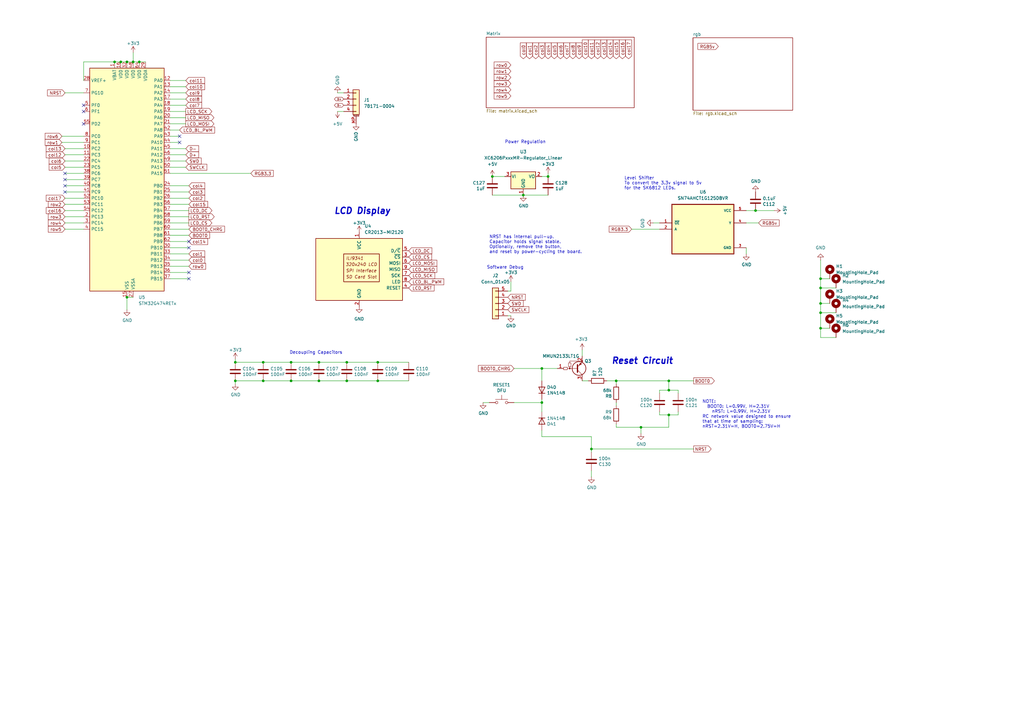
<source format=kicad_sch>
(kicad_sch (version 20231120) (generator "eeschema") (generator_version "8.0")
  (paper "A3")
  (lib_symbols
    (symbol "+5V_1" (power) (pin_names (offset 0))
      (property "Value" "+5V_1" (at 0 3.556 0))
      (symbol "+5V_1_0_1"
        (polyline (pts (xy -0.762 1.27) (xy 0 2.54)))
        (polyline (pts (xy 0 0) (xy 0 2.54)))
        (polyline (pts (xy 0 2.54) (xy 0.762 1.27)))
      )
      (symbol "+5V_1_1_1"
        (pin power_in line (at 0 0 90) (length 0) hide (name "+5V") (number "1"))
      )
    )
    (symbol "Connector_Generic:Conn_01x05" (pin_names (offset 1.016) hide)
      (property "Reference" "J" (at 0 7.62 0))
      (property "Value" "Conn_01x05" (at 0 -7.62 0))
      (symbol "Conn_01x05_1_1"
        (rectangle (start -1.27 -4.953) (end 0 -5.207) (stroke (width 0.1524)))
        (rectangle (start -1.27 -2.413) (end 0 -2.667) (stroke (width 0.1524)))
        (rectangle (start -1.27 0.127) (end 0 -0.127) (stroke (width 0.1524)))
        (rectangle (start -1.27 2.667) (end 0 2.413) (stroke (width 0.1524)))
        (rectangle (start -1.27 5.207) (end 0 4.953) (stroke (width 0.1524)))
        (rectangle (start -1.27 6.35) (end 1.27 -6.35) (stroke (width 0.254)) (fill (type background)))
        (pin passive line (at -5.08 5.08 0) (length 3.81) (name "Pin_1") (number "1"))
        (pin passive line (at -5.08 2.54 0) (length 3.81) (name "Pin_2") (number "2"))
        (pin passive line (at -5.08 0 0) (length 3.81) (name "Pin_3") (number "3"))
        (pin passive line (at -5.08 -2.54 0) (length 3.81) (name "Pin_4") (number "4"))
        (pin passive line (at -5.08 -5.08 0) (length 3.81) (name "Pin_5") (number "5"))
      )
    )
    (symbol "Connector_Generic_MountingPin:Conn_01x04_MountingPin" (pin_names (offset 1.016) hide)
      (property "Reference" "J" (at 0 5.08 0))
      (property "Value" "Conn_01x04_MountingPin" (at 1.27 -7.62 0))
      (symbol "Conn_01x04_MountingPin_1_1"
        (rectangle (start -1.27 -4.953) (end 0 -5.207) (stroke (width 0.1524)))
        (rectangle (start -1.27 -2.413) (end 0 -2.667) (stroke (width 0.1524)))
        (rectangle (start -1.27 0.127) (end 0 -0.127) (stroke (width 0.1524)))
        (rectangle (start -1.27 2.667) (end 0 2.413) (stroke (width 0.1524)))
        (rectangle (start -1.27 3.81) (end 1.27 -6.35) (stroke (width 0.254)) (fill (type background)))
        (polyline (pts (xy -1.016 -7.112) (xy 1.016 -7.112)) (stroke (width 0.1524)))
        (text "Mounting" (at 0 -6.731 0) (effects (font (size 0.381 0.381))))
        (pin passive line (at -5.08 2.54 0) (length 3.81) (name "Pin_1") (number "1"))
        (pin passive line (at -5.08 0 0) (length 3.81) (name "Pin_2") (number "2"))
        (pin passive line (at -5.08 -2.54 0) (length 3.81) (name "Pin_3") (number "3"))
        (pin passive line (at -5.08 -5.08 0) (length 3.81) (name "Pin_4") (number "4"))
        (pin passive line (at 0 -10.16 90) (length 3.048) (name "MountPin") (number "MP"))
      )
    )
    (symbol "Device:C" (pin_numbers hide) (pin_names (offset 0.254))
      (property "Reference" "C" (at 0.635 2.54 0))
      (property "Value" "C" (at 0.635 -2.54 0))
      (symbol "C_0_1"
        (polyline (pts (xy -2.032 -0.762) (xy 2.032 -0.762)) (stroke (width 0.508)))
        (polyline (pts (xy -2.032 0.762) (xy 2.032 0.762)) (stroke (width 0.508)))
      )
      (symbol "C_1_1"
        (pin passive line (at 0 3.81 270) (length 2.794) (name "~") (number "1"))
        (pin passive line (at 0 -3.81 90) (length 2.794) (name "~") (number "2"))
      )
    )
    (symbol "Device:D" (pin_numbers hide) (pin_names (offset 1.016) hide)
      (property "Reference" "D" (at 0 2.54 0))
      (property "Value" "D" (at 0 -2.54 0))
      (symbol "D_0_1"
        (polyline (pts (xy -1.27 1.27) (xy -1.27 -1.27)) (stroke (width 0.254)))
        (polyline (pts (xy 1.27 0) (xy -1.27 0)))
        (polyline (pts (xy 1.27 1.27) (xy 1.27 -1.27) (xy -1.27 0) (xy 1.27 1.27)) (stroke (width 0.254)))
      )
      (symbol "D_1_1"
        (pin passive line (at -3.81 0 0) (length 2.54) (name "K") (number "1"))
        (pin passive line (at 3.81 0 180) (length 2.54) (name "A") (number "2"))
      )
    )
    (symbol "Device:Q_PNP_BEC_BRT" (pin_names hide)
      (property "Reference" "Q" (at 3.81 1.27 0))
      (property "Value" "Q_PNP_BEC_BRT" (at 3.81 -1.27 0))
      (symbol "Q_PNP_BEC_BRT_0_1"
        (rectangle (start -6.35 0.508) (end -4.826 -0.508))
        (rectangle (start -4.318 -2.286) (end -3.302 -0.762))
        (circle (center -3.81 0) (radius 0.254) (fill (type outline)))
        (polyline (pts (xy -3.81 -0.762) (xy -3.81 0)))
        (polyline (pts (xy -0.762 0) (xy -4.826 0)))
        (polyline (pts (xy -0.635 1.524) (xy -0.635 -1.524)) (stroke (width 0.508)))
        (polyline (pts (xy -3.81 -2.286) (xy -3.81 -3.048) (xy 1.27 -3.048)))
        (polyline (pts (xy 1.016 -1.778) (xy 0.508 -2.286) (xy 0 -1.27) (xy 1.016 -1.778) (xy 1.016 -1.778)) (fill (type outline)))
        (circle (center 1.27 -3.048) (radius 0.254) (fill (type outline)))
      )
      (symbol "Q_PNP_BEC_BRT_1_1"
        (polyline (pts (xy -0.635 0.635) (xy 1.27 2.54)))
        (polyline (pts (xy -0.635 -0.635) (xy 1.27 -2.54) (xy 1.27 -2.54)))
        (circle (center 0 0) (radius 2.8194) (stroke (width 0.254)))
        (pin input line (at -8.89 0 0) (length 2.54) (name "B") (number "1"))
        (pin passive line (at 1.27 -5.08 90) (length 2.54) (name "E") (number "2"))
        (pin passive line (at 1.27 5.08 270) (length 2.54) (name "C") (number "3"))
      )
    )
    (symbol "Device:R" (pin_numbers hide) (pin_names (offset 0))
      (property "Reference" "R" (at 2.032 0 90))
      (property "Value" "R" (at 0 0 90))
      (symbol "R_0_1"
        (rectangle (start -1.016 -2.54) (end 1.016 2.54) (stroke (width 0.254)))
      )
      (symbol "R_1_1"
        (pin passive line (at 0 3.81 270) (length 1.27) (name "~") (number "1"))
        (pin passive line (at 0 -3.81 90) (length 1.27) (name "~") (number "2"))
      )
    )
    (symbol "Djinn-rescue:+3V3-power" (power) (pin_names (offset 0))
      (property "Value" "power_+3V3" (at 0 3.556 0))
      (symbol "+3V3-power_0_1"
        (polyline (pts (xy -0.762 1.27) (xy 0 2.54)))
        (polyline (pts (xy 0 0) (xy 0 2.54)))
        (polyline (pts (xy 0 2.54) (xy 0.762 1.27)))
      )
      (symbol "+3V3-power_1_1"
        (pin power_in line (at 0 0 90) (length 0) hide (name "+3V3") (number "1"))
      )
    )
    (symbol "Djinn-rescue:GND-power" (power) (pin_names (offset 0))
      (property "Value" "power_GND" (at 0 -3.81 0))
      (symbol "GND-power_0_1"
        (polyline (pts (xy 0 0) (xy 0 -1.27) (xy 1.27 -1.27) (xy 0 -2.54) (xy -1.27 -1.27) (xy 0 -1.27)))
      )
      (symbol "GND-power_1_1"
        (pin power_in line (at 0 0 270) (length 0) hide (name "GND") (number "1"))
      )
    )
    (symbol "Driver_Display:CR2013-MI2120" (pin_names (offset 0.762))
      (property "Reference" "U4" (at 2.1941 17.78 0))
      (property "Value" "CR2013-MI2120" (at 2.1941 15.24 0))
      (symbol "CR2013-MI2120_0_0"
        (text "320x240 LCD" (at 0.889 2.032 0) (effects (font (size 1.27 1.27) (italic yes))))
        (text "ILI9341" (at -5.461 4.572 0) (effects (font (size 1.27 1.27) (italic yes)) (justify left)))
        (text "SD Card Slot" (at -5.461 -3.048 0) (effects (font (size 1.27 1.27) (italic yes)) (justify left)))
        (text "SPI Interface" (at -5.461 -0.508 0) (effects (font (size 1.27 1.27) (italic yes)) (justify left)))
      )
      (symbol "CR2013-MI2120_0_1"
        (rectangle (start -17.78 12.7) (end 17.78 -12.7) (stroke (width 0.254)) (fill (type background)))
        (rectangle (start -6.35 6.35) (end 8.255 -5.08) (stroke (width 0.254)))
      )
      (symbol "CR2013-MI2120_1_1"
        (pin power_in line (at 0 15.24 270) (length 2.54) (name "VCC") (number "1"))
        (pin power_in line (at 0 -15.24 90) (length 2.54) (name "GND") (number "2"))
        (pin input line (at 20.32 5.08 180) (length 2.54) (name "~{CS}") (number "3"))
        (pin input line (at 20.32 -7.62 180) (length 2.54) (name "RESET") (number "4"))
        (pin input line (at 20.32 7.62 180) (length 2.54) (name "D/~{C}") (number "5"))
        (pin input line (at 20.32 2.54 180) (length 2.54) (name "MOSI") (number "6"))
        (pin input line (at 20.32 -2.54 180) (length 2.54) (name "SCK") (number "7"))
        (pin input line (at 20.32 -5.08 180) (length 2.54) (name "LED") (number "8"))
        (pin output line (at 20.32 0 180) (length 2.54) (name "MISO") (number "9"))
      )
    )
    (symbol "GND_1" (power) (pin_numbers hide) (pin_names (offset 0) hide)
      (property "Value" "GND" (at 0 -3.81 0))
      (symbol "GND_1_0_1"
        (polyline (pts (xy 0 0) (xy 0 -1.27) (xy 1.27 -1.27) (xy 0 -2.54) (xy -1.27 -1.27) (xy 0 -1.27)))
      )
      (symbol "GND_1_1_1"
        (pin power_in line (at 0 0 270) (length 0) (name "~") (number "1"))
      )
    )
    (symbol "MCU_ST_STM32G4:STM32G474RETx"
      (property "Reference" "U" (at -15.24 46.99 0))
      (property "Value" "STM32G474RETx" (at 10.16 46.99 0))
      (symbol "STM32G474RETx_0_1"
        (rectangle (start -15.24 -45.72) (end 15.24 45.72) (stroke (width 0.254)) (fill (type background)))
      )
      (symbol "STM32G474RETx_1_1"
        (pin power_in line (at -5.08 48.26 270) (length 2.54) (name "VBAT") (number "1"))
        (pin bidirectional line (at -17.78 12.7 0) (length 2.54) (name "PC2") (number "10"))
        (pin bidirectional line (at -17.78 10.16 0) (length 2.54) (name "PC3") (number "11"))
        (pin bidirectional line (at 17.78 40.64 180) (length 2.54) (name "PA0") (number "12"))
        (pin bidirectional line (at 17.78 38.1 180) (length 2.54) (name "PA1") (number "13"))
        (pin bidirectional line (at 17.78 35.56 180) (length 2.54) (name "PA2") (number "14"))
        (pin power_in line (at 0 -48.26 90) (length 2.54) (name "VSS") (number "15"))
        (pin power_in line (at -2.54 48.26 270) (length 2.54) (name "VDD") (number "16"))
        (pin bidirectional line (at 17.78 33.02 180) (length 2.54) (name "PA3") (number "17"))
        (pin bidirectional line (at 17.78 30.48 180) (length 2.54) (name "PA4") (number "18"))
        (pin bidirectional line (at 17.78 27.94 180) (length 2.54) (name "PA5") (number "19"))
        (pin bidirectional line (at -17.78 -15.24 0) (length 2.54) (name "PC13") (number "2"))
        (pin bidirectional line (at 17.78 25.4 180) (length 2.54) (name "PA6") (number "20"))
        (pin bidirectional line (at 17.78 22.86 180) (length 2.54) (name "PA7") (number "21"))
        (pin bidirectional line (at -17.78 7.62 0) (length 2.54) (name "PC4") (number "22"))
        (pin bidirectional line (at -17.78 5.08 0) (length 2.54) (name "PC5") (number "23"))
        (pin bidirectional line (at 17.78 -2.54 180) (length 2.54) (name "PB0") (number "24"))
        (pin bidirectional line (at 17.78 -5.08 180) (length 2.54) (name "PB1") (number "25"))
        (pin bidirectional line (at 17.78 -7.62 180) (length 2.54) (name "PB2") (number "26"))
        (pin power_in line (at 2.54 -48.26 90) (length 2.54) (name "VSSA") (number "27"))
        (pin input line (at -17.78 40.64 0) (length 2.54) (name "VREF+") (number "28"))
        (pin power_in line (at 7.62 48.26 270) (length 2.54) (name "VDDA") (number "29"))
        (pin bidirectional line (at -17.78 -17.78 0) (length 2.54) (name "PC14") (number "3"))
        (pin bidirectional line (at 17.78 -27.94 180) (length 2.54) (name "PB10") (number "30"))
        (pin passive line (at 0 -48.26 90) (length 2.54) hide (name "VSS") (number "31"))
        (pin power_in line (at 0 48.26 270) (length 2.54) (name "VDD") (number "32"))
        (pin bidirectional line (at 17.78 -30.48 180) (length 2.54) (name "PB11") (number "33"))
        (pin bidirectional line (at 17.78 -33.02 180) (length 2.54) (name "PB12") (number "34"))
        (pin bidirectional line (at 17.78 -35.56 180) (length 2.54) (name "PB13") (number "35"))
        (pin bidirectional line (at 17.78 -38.1 180) (length 2.54) (name "PB14") (number "36"))
        (pin bidirectional line (at 17.78 -40.64 180) (length 2.54) (name "PB15") (number "37"))
        (pin bidirectional line (at -17.78 2.54 0) (length 2.54) (name "PC6") (number "38"))
        (pin bidirectional line (at -17.78 0 0) (length 2.54) (name "PC7") (number "39"))
        (pin bidirectional line (at -17.78 -20.32 0) (length 2.54) (name "PC15") (number "4"))
        (pin bidirectional line (at -17.78 -2.54 0) (length 2.54) (name "PC8") (number "40"))
        (pin bidirectional line (at -17.78 -5.08 0) (length 2.54) (name "PC9") (number "41"))
        (pin bidirectional line (at 17.78 20.32 180) (length 2.54) (name "PA8") (number "42"))
        (pin bidirectional line (at 17.78 17.78 180) (length 2.54) (name "PA9") (number "43"))
        (pin bidirectional line (at 17.78 15.24 180) (length 2.54) (name "PA10") (number "44"))
        (pin bidirectional line (at 17.78 12.7 180) (length 2.54) (name "PA11") (number "45"))
        (pin bidirectional line (at 17.78 10.16 180) (length 2.54) (name "PA12") (number "46"))
        (pin passive line (at 0 -48.26 90) (length 2.54) hide (name "VSS") (number "47"))
        (pin power_in line (at 2.54 48.26 270) (length 2.54) (name "VDD") (number "48"))
        (pin bidirectional line (at 17.78 7.62 180) (length 2.54) (name "PA13") (number "49"))
        (pin bidirectional line (at -17.78 30.48 0) (length 2.54) (name "PF0") (number "5"))
        (pin bidirectional line (at 17.78 5.08 180) (length 2.54) (name "PA14") (number "50"))
        (pin bidirectional line (at 17.78 2.54 180) (length 2.54) (name "PA15") (number "51"))
        (pin bidirectional line (at -17.78 -7.62 0) (length 2.54) (name "PC10") (number "52"))
        (pin bidirectional line (at -17.78 -10.16 0) (length 2.54) (name "PC11") (number "53"))
        (pin bidirectional line (at -17.78 -12.7 0) (length 2.54) (name "PC12") (number "54"))
        (pin bidirectional line (at -17.78 22.86 0) (length 2.54) (name "PD2") (number "55"))
        (pin bidirectional line (at 17.78 -10.16 180) (length 2.54) (name "PB3") (number "56"))
        (pin bidirectional line (at 17.78 -12.7 180) (length 2.54) (name "PB4") (number "57"))
        (pin bidirectional line (at 17.78 -15.24 180) (length 2.54) (name "PB5") (number "58"))
        (pin bidirectional line (at 17.78 -17.78 180) (length 2.54) (name "PB6") (number "59"))
        (pin bidirectional line (at -17.78 27.94 0) (length 2.54) (name "PF1") (number "6"))
        (pin bidirectional line (at 17.78 -20.32 180) (length 2.54) (name "PB7") (number "60"))
        (pin bidirectional line (at 17.78 -22.86 180) (length 2.54) (name "PB8") (number "61"))
        (pin bidirectional line (at 17.78 -25.4 180) (length 2.54) (name "PB9") (number "62"))
        (pin passive line (at 0 -48.26 90) (length 2.54) hide (name "VSS") (number "63"))
        (pin power_in line (at 5.08 48.26 270) (length 2.54) (name "VDD") (number "64"))
        (pin bidirectional line (at -17.78 35.56 0) (length 2.54) (name "PG10") (number "7"))
        (pin bidirectional line (at -17.78 17.78 0) (length 2.54) (name "PC0") (number "8"))
        (pin bidirectional line (at -17.78 15.24 0) (length 2.54) (name "PC1") (number "9"))
      )
    )
    (symbol "Mechanical:MountingHole_Pad" (pin_numbers hide) (pin_names (offset 1.016) hide) (exclude_from_sim yes) (in_bom no)
      (property "Reference" "H" (at 0 6.35 0))
      (property "Value" "MountingHole_Pad" (at 0 4.445 0))
      (symbol "MountingHole_Pad_0_1"
        (circle (center 0 1.27) (radius 1.27) (stroke (width 1.27)))
      )
      (symbol "MountingHole_Pad_1_1"
        (pin input line (at 0 -2.54 90) (length 2.54) (name "1") (number "1"))
      )
    )
    (symbol "SN74AHCT1G125DBVR:SN74AHCT1G125DBVR" (pin_names (offset 1.016))
      (property "Reference" "U" (at -12.7 11.16 0))
      (property "Value" "SN74AHCT1G125DBVR" (at -12.7 -14.16 0))
      (symbol "SN74AHCT1G125DBVR_0_0"
        (rectangle (start -12.7 -10.16) (end 12.7 10.16) (stroke (width 0.41)) (fill (type background)))
        (pin input line (at -17.78 2.54 0) (length 5.08) (name "~{OE}") (number "1"))
        (pin input line (at -17.78 0 0) (length 5.08) (name "A") (number "2"))
        (pin power_in line (at 17.78 -7.62 180) (length 5.08) (name "GND") (number "3"))
        (pin output line (at 17.78 2.54 180) (length 5.08) (name "Y") (number "4"))
        (pin power_in line (at 17.78 7.62 180) (length 5.08) (name "VCC") (number "5"))
      )
    )
    (symbol "Switch:SW_Push" (pin_numbers hide) (pin_names (offset 1.016) hide)
      (property "Reference" "SW" (at 1.27 2.54 0))
      (property "Value" "SW_Push" (at 0 -1.524 0))
      (symbol "SW_Push_0_1"
        (circle (center -2.032 0) (radius 0.508))
        (polyline (pts (xy 0 1.27) (xy 0 3.048)))
        (polyline (pts (xy 2.54 1.27) (xy -2.54 1.27)))
        (circle (center 2.032 0) (radius 0.508))
        (pin passive line (at -5.08 0 0) (length 2.54) (name "1") (number "1"))
        (pin passive line (at 5.08 0 180) (length 2.54) (name "2") (number "2"))
      )
    )
    (symbol "kicad-keyboard-parts:XC6206PxxxMR-Regulator_Linear" (pin_names (offset 0.254))
      (property "Reference" "U" (at -3.81 3.175 0))
      (property "Value" "XC6206PxxxMR-Regulator_Linear" (at 0 3.175 0))
      (property "LCSC" "C5446" (at 0 0 0))
      (symbol "XC6206PxxxMR-Regulator_Linear_0_1"
        (rectangle (start -5.08 1.905) (end 5.08 -5.08) (stroke (width 0.254)) (fill (type background)))
      )
      (symbol "XC6206PxxxMR-Regulator_Linear_1_1"
        (pin power_in line (at 0 -7.62 90) (length 2.54) (name "GND") (number "1"))
        (pin power_out line (at 7.62 0 180) (length 2.54) (name "VO") (number "2"))
        (pin power_in line (at -7.62 0 0) (length 2.54) (name "VI") (number "3"))
      )
    )
    (symbol "power:+3V3" (power) (pin_names (offset 0))
      (property "Value" "+3V3" (at 0 3.556 0))
      (symbol "+3V3_0_1"
        (polyline (pts (xy -0.762 1.27) (xy 0 2.54)))
        (polyline (pts (xy 0 0) (xy 0 2.54)))
        (polyline (pts (xy 0 2.54) (xy 0.762 1.27)))
      )
      (symbol "+3V3_1_1"
        (pin power_in line (at 0 0 90) (length 0) hide (name "+3V3") (number "1"))
      )
    )
    (symbol "power:+5V" (power) (pin_names (offset 0))
      (property "Value" "+5V" (at 0 3.556 0))
      (symbol "+5V_0_1"
        (polyline (pts (xy -0.762 1.27) (xy 0 2.54)))
        (polyline (pts (xy 0 0) (xy 0 2.54)))
        (polyline (pts (xy 0 2.54) (xy 0.762 1.27)))
      )
      (symbol "+5V_1_1"
        (pin power_in line (at 0 0 90) (length 0) hide (name "+5V") (number "1"))
      )
    )
    (symbol "power:GND" (power) (pin_names (offset 0))
      (property "Value" "GND" (at 0 -3.81 0))
      (symbol "GND_0_1"
        (polyline (pts (xy 0 0) (xy 0 -1.27) (xy 1.27 -1.27) (xy 0 -2.54) (xy -1.27 -1.27) (xy 0 -1.27)))
      )
      (symbol "GND_1_1"
        (pin power_in line (at 0 0 270) (length 0) hide (name "GND") (number "1"))
      )
    )
  )
  (junction (at 262.89 175.26))
  (junction (at 96.52 148.59))
  (junction (at 57.15 25.4))
  (junction (at 336.55 128.27))
  (junction (at 336.55 118.11))
  (junction (at 242.57 184.15))
  (junction (at 336.55 114.3))
  (junction (at 130.81 148.59))
  (junction (at 154.94 148.59))
  (junction (at 107.95 148.59))
  (junction (at 222.25 151.13))
  (junction (at 274.32 170.18))
  (junction (at 154.94 156.21))
  (junction (at 54.61 25.4))
  (junction (at 52.07 121.92))
  (junction (at 107.95 156.21))
  (junction (at 336.55 134.62))
  (junction (at 142.24 156.21))
  (junction (at 222.25 165.1))
  (junction (at 142.24 148.59))
  (junction (at 119.38 148.59))
  (junction (at 274.32 160.02))
  (junction (at 214.63 80.01) (diameter 0.9144))
  (junction (at 119.38 156.21))
  (junction (at 49.53 25.4))
  (junction (at 46.99 25.4))
  (junction (at 130.81 156.21))
  (junction (at 309.88 86.36))
  (junction (at 96.52 156.21))
  (junction (at 336.55 124.46))
  (junction (at 224.79 72.39))
  (junction (at 252.73 156.21))
  (junction (at 274.32 156.21))
  (junction (at 201.93 72.39))
  (junction (at 52.07 25.4))
  (no_connect (at 73.66 55.88))
  (no_connect (at 34.29 43.18))
  (no_connect (at 77.47 111.76))
  (no_connect (at 26.67 73.66))
  (no_connect (at 26.67 78.74))
  (no_connect (at 26.67 71.12))
  (no_connect (at 77.47 101.6))
  (no_connect (at 77.47 99.06))
  (no_connect (at 26.67 76.2))
  (no_connect (at 77.47 114.3))
  (no_connect (at 34.29 50.8))
  (no_connect (at 34.29 45.72))
  (no_connect (at 73.66 58.42))
  (wire (pts (xy 270.51 161.29) (xy 270.51 160.02)))
  (wire (pts (xy 222.25 163.83) (xy 222.25 165.1)))
  (wire (pts (xy 69.85 38.1) (xy 76.2 38.1)))
  (wire (pts (xy 52.07 121.92) (xy 54.61 121.92)))
  (wire (pts (xy 96.52 147.32) (xy 96.52 148.59)))
  (wire (pts (xy 119.38 148.59) (xy 107.95 148.59)))
  (wire (pts (xy 336.55 134.62) (xy 340.36 134.62)))
  (wire (pts (xy 262.89 175.26) (xy 274.32 175.26)))
  (wire (pts (xy 336.55 124.46) (xy 336.55 118.11)))
  (wire (pts (xy 52.07 127) (xy 52.07 121.92)))
  (wire (pts (xy 222.25 179.07) (xy 242.57 179.07)))
  (wire (pts (xy 336.55 138.43) (xy 342.9 138.43)))
  (wire (pts (xy 69.85 106.68) (xy 77.47 106.68)))
  (wire (pts (xy 107.95 148.59) (xy 96.52 148.59)))
  (wire (pts (xy 119.38 156.21) (xy 130.81 156.21)))
  (wire (pts (xy 138.43 45.72) (xy 140.97 45.72)))
  (wire (pts (xy 209.55 115.57) (xy 209.55 119.38)))
  (wire (pts (xy 26.67 63.5) (xy 34.29 63.5)))
  (wire (pts (xy 270.51 170.18) (xy 270.51 168.91)))
  (wire (pts (xy 96.52 157.48) (xy 96.52 156.21)))
  (wire (pts (xy 26.67 91.44) (xy 34.29 91.44)))
  (wire (pts (xy 26.67 93.98) (xy 34.29 93.98)))
  (wire (pts (xy 69.85 71.12) (xy 102.87 71.12)))
  (wire (pts (xy 259.08 93.98) (xy 270.51 93.98)))
  (wire (pts (xy 270.51 170.18) (xy 274.32 170.18)))
  (wire (pts (xy 252.73 175.26) (xy 262.89 175.26)))
  (wire (pts (xy 26.67 83.82) (xy 34.29 83.82)))
  (wire (pts (xy 69.85 53.34) (xy 73.66 53.34)))
  (wire (pts (xy 69.85 60.96) (xy 76.2 60.96)))
  (wire (pts (xy 154.94 148.59) (xy 167.64 148.59)))
  (wire (pts (xy 242.57 184.15) (xy 284.48 184.15)))
  (wire (pts (xy 49.53 25.4) (xy 52.07 25.4)))
  (wire (pts (xy 69.85 48.26) (xy 76.2 48.26)))
  (wire (pts (xy 214.63 80.01) (xy 224.79 80.01)))
  (wire (pts (xy 69.85 109.22) (xy 77.47 109.22)))
  (wire (pts (xy 262.89 177.8) (xy 262.89 175.26)))
  (wire (pts (xy 210.82 151.13) (xy 222.25 151.13)))
  (wire (pts (xy 224.79 71.12) (xy 224.79 72.39)))
  (wire (pts (xy 69.85 63.5) (xy 76.2 63.5)))
  (wire (pts (xy 25.4 55.88) (xy 34.29 55.88)))
  (wire (pts (xy 69.85 83.82) (xy 77.47 83.82)))
  (wire (pts (xy 274.32 160.02) (xy 278.13 160.02)))
  (wire (pts (xy 34.29 33.02) (xy 34.29 25.4)))
  (wire (pts (xy 130.81 148.59) (xy 142.24 148.59)))
  (wire (pts (xy 69.85 76.2) (xy 77.47 76.2)))
  (wire (pts (xy 69.85 35.56) (xy 76.2 35.56)))
  (wire (pts (xy 209.55 119.38) (xy 208.28 119.38)))
  (wire (pts (xy 222.25 165.1) (xy 222.25 168.91)))
  (wire (pts (xy 69.85 78.74) (xy 77.47 78.74)))
  (wire (pts (xy 278.13 170.18) (xy 278.13 168.91)))
  (wire (pts (xy 241.3 156.21) (xy 238.76 156.21)))
  (wire (pts (xy 274.32 160.02) (xy 274.32 156.21)))
  (wire (pts (xy 336.55 124.46) (xy 340.36 124.46)))
  (wire (pts (xy 274.32 156.21) (xy 284.48 156.21)))
  (wire (pts (xy 252.73 165.1) (xy 252.73 166.37)))
  (wire (pts (xy 317.5 86.36) (xy 309.88 86.36)))
  (wire (pts (xy 26.67 76.2) (xy 34.29 76.2)))
  (wire (pts (xy 26.67 68.58) (xy 34.29 68.58)))
  (wire (pts (xy 54.61 21.59) (xy 54.61 25.4)))
  (wire (pts (xy 222.25 176.53) (xy 222.25 179.07)))
  (wire (pts (xy 69.85 43.18) (xy 76.2 43.18)))
  (wire (pts (xy 248.92 156.21) (xy 252.73 156.21)))
  (wire (pts (xy 201.93 72.39) (xy 207.01 72.39)))
  (wire (pts (xy 69.85 68.58) (xy 76.2 68.58)))
  (wire (pts (xy 222.25 72.39) (xy 224.79 72.39)))
  (wire (pts (xy 119.38 156.21) (xy 107.95 156.21)))
  (wire (pts (xy 69.85 88.9) (xy 77.47 88.9)))
  (wire (pts (xy 336.55 118.11) (xy 336.55 114.3)))
  (wire (pts (xy 25.4 58.42) (xy 34.29 58.42)))
  (wire (pts (xy 26.67 86.36) (xy 34.29 86.36)))
  (wire (pts (xy 270.51 160.02) (xy 274.32 160.02)))
  (wire (pts (xy 26.67 38.1) (xy 34.29 38.1)))
  (wire (pts (xy 69.85 114.3) (xy 77.47 114.3)))
  (wire (pts (xy 26.67 81.28) (xy 34.29 81.28)))
  (wire (pts (xy 138.43 38.1) (xy 140.97 38.1)))
  (wire (pts (xy 107.95 156.21) (xy 96.52 156.21)))
  (wire (pts (xy 306.07 91.44) (xy 311.15 91.44)))
  (wire (pts (xy 52.07 25.4) (xy 54.61 25.4)))
  (wire (pts (xy 26.67 66.04) (xy 34.29 66.04)))
  (wire (pts (xy 57.15 25.4) (xy 59.69 25.4)))
  (wire (pts (xy 208.28 129.54) (xy 209.55 129.54)))
  (wire (pts (xy 336.55 114.3) (xy 340.36 114.3)))
  (wire (pts (xy 26.67 71.12) (xy 34.29 71.12)))
  (wire (pts (xy 242.57 179.07) (xy 242.57 184.15)))
  (wire (pts (xy 222.25 156.21) (xy 222.25 151.13)))
  (wire (pts (xy 278.13 160.02) (xy 278.13 161.29)))
  (wire (pts (xy 252.73 173.99) (xy 252.73 175.26)))
  (wire (pts (xy 119.38 148.59) (xy 130.81 148.59)))
  (wire (pts (xy 336.55 138.43) (xy 336.55 134.62)))
  (wire (pts (xy 142.24 156.21) (xy 154.94 156.21)))
  (wire (pts (xy 336.55 128.27) (xy 342.9 128.27)))
  (wire (pts (xy 306.07 104.14) (xy 306.07 101.6)))
  (wire (pts (xy 242.57 184.15) (xy 242.57 185.42)))
  (wire (pts (xy 26.67 60.96) (xy 34.29 60.96)))
  (wire (pts (xy 214.63 80.01) (xy 201.93 80.01)))
  (wire (pts (xy 309.88 86.36) (xy 306.07 86.36)))
  (wire (pts (xy 142.24 148.59) (xy 154.94 148.59)))
  (wire (pts (xy 73.66 58.42) (xy 69.85 58.42)))
  (wire (pts (xy 336.55 128.27) (xy 336.55 124.46)))
  (wire (pts (xy 69.85 111.76) (xy 77.47 111.76)))
  (wire (pts (xy 336.55 106.68) (xy 336.55 114.3)))
  (wire (pts (xy 46.99 25.4) (xy 49.53 25.4)))
  (wire (pts (xy 336.55 134.62) (xy 336.55 128.27)))
  (wire (pts (xy 336.55 118.11) (xy 342.9 118.11)))
  (wire (pts (xy 238.76 143.51) (xy 238.76 146.05)))
  (wire (pts (xy 69.85 104.14) (xy 77.47 104.14)))
  (wire (pts (xy 274.32 170.18) (xy 278.13 170.18)))
  (wire (pts (xy 73.66 55.88) (xy 69.85 55.88)))
  (wire (pts (xy 26.67 73.66) (xy 34.29 73.66)))
  (wire (pts (xy 69.85 81.28) (xy 77.47 81.28)))
  (wire (pts (xy 69.85 50.8) (xy 76.2 50.8)))
  (wire (pts (xy 210.82 165.1) (xy 222.25 165.1)))
  (wire (pts (xy 267.97 91.44) (xy 270.51 91.44)))
  (wire (pts (xy 69.85 45.72) (xy 76.2 45.72)))
  (wire (pts (xy 26.67 88.9) (xy 34.29 88.9)))
  (wire (pts (xy 69.85 91.44) (xy 77.47 91.44)))
  (wire (pts (xy 69.85 40.64) (xy 76.2 40.64)))
  (wire (pts (xy 69.85 93.98) (xy 77.47 93.98)))
  (wire (pts (xy 252.73 156.21) (xy 274.32 156.21)))
  (wire (pts (xy 69.85 96.52) (xy 77.47 96.52)))
  (wire (pts (xy 69.85 86.36) (xy 77.47 86.36)))
  (wire (pts (xy 130.81 156.21) (xy 142.24 156.21)))
  (wire (pts (xy 34.29 25.4) (xy 46.99 25.4)))
  (wire (pts (xy 252.73 157.48) (xy 252.73 156.21)))
  (wire (pts (xy 242.57 193.04) (xy 242.57 195.58)))
  (wire (pts (xy 200.66 165.1) (xy 198.12 165.1)))
  (wire (pts (xy 69.85 33.02) (xy 76.2 33.02)))
  (wire (pts (xy 54.61 25.4) (xy 57.15 25.4)))
  (wire (pts (xy 154.94 156.21) (xy 167.64 156.21)))
  (wire (pts (xy 26.67 78.74) (xy 34.29 78.74)))
  (wire (pts (xy 69.85 99.06) (xy 77.47 99.06)))
  (wire (pts (xy 274.32 170.18) (xy 274.32 175.26)))
  (wire (pts (xy 69.85 66.04) (xy 76.2 66.04)))
  (wire (pts (xy 69.85 101.6) (xy 77.47 101.6)))
  (wire (pts (xy 222.25 151.13) (xy 228.6 151.13)))
  (text "Decoupling Capacitors" (at 118.745 145.415 0) (effects (font (size 1.27 1.27)) (justify left bottom)))
  (text "NOTE:\n  BOOT0: L=0.99V, H=2.31V\n    nRST: L=0.99V, H=2.31V\nRC network value designed to ensure\nthat at time of sampling:\nnRST=2.31V=H, BOOT0=2.75V=H" (at 288.036 175.768 0) (effects (font (size 1.27 1.27)) (justify left bottom)))
  (text "Power Regulation" (at 207.01 59.055 0) (effects (font (size 1.27 1.27)) (justify left bottom)))
  (text "Reset Circuit" (at 250.698 149.606 0) (effects (font (size 2.54 2.54) (thickness 0.508) (bold yes) (italic yes)) (justify left bottom)))
  (text "Software Debug" (at 199.644 110.49 0) (effects (font (size 1.27 1.27)) (justify left bottom)))
  (text "NRST has internal pull-up.\nCapacitor holds signal stable.\nOptionally, remove the button,\nand reset by power-cycling the board." (at 200.66 104.14 0) (effects (font (size 1.27 1.27)) (justify left bottom)))
  (text "Level Shifter\nTo convert the 3.3v signal to 5v\nfor the SK6812 LEDs." (at 256.032 77.978 0) (effects (font (size 1.27 1.27)) (justify left bottom)))
  (text "LCD Display" (at 136.906 88.138 0) (effects (font (size 2.54 2.54) (thickness 0.508) (bold yes) (italic yes)) (justify left bottom)))
  (global_label "col8" (shape input) (at 76.2 40.64 0) (property "Intersheetrefs" "${INTERSHEET_REFS}" (effects (hide yes))))
  (global_label "BOOT0" (shape output) (at 284.48 156.21 0) (property "Intersheetrefs" "${INTERSHEET_REFS}" (effects (hide yes))))
  (global_label "LCD_MISO" (shape input) (at 167.64 110.49 0) (property "Intersheetrefs" "${INTERSHEET_REFS}" (effects (hide yes))))
  (global_label "RGB3.3" (shape input) (at 102.87 71.12 0) (property "Intersheetrefs" "${INTERSHEET_REFS}" (effects (hide yes))))
  (global_label "SWCLK" (shape input) (at 76.2 68.58 0) (property "Intersheetrefs" "${INTERSHEET_REFS}" (effects (hide yes))))
  (global_label "LCD_RST" (shape output) (at 77.47 88.9 0) (property "Intersheetrefs" "${INTERSHEET_REFS}" (effects (hide yes))))
  (global_label "row1" (shape input) (at 209.55 29.21 180) (property "Intersheetrefs" "${INTERSHEET_REFS}" (effects (hide yes))))
  (global_label "LCD_BL_PWM" (shape input) (at 167.64 115.57 0) (property "Intersheetrefs" "${INTERSHEET_REFS}" (effects (hide yes))))
  (global_label "col0" (shape input) (at 77.47 106.68 0) (property "Intersheetrefs" "${INTERSHEET_REFS}" (effects (hide yes))))
  (global_label "BOOT0_CHRG" (shape input) (at 77.47 93.98 0) (property "Intersheetrefs" "${INTERSHEET_REFS}" (effects (hide yes))))
  (global_label "row2" (shape input) (at 209.55 31.75 180) (property "Intersheetrefs" "${INTERSHEET_REFS}" (effects (hide yes))))
  (global_label "col6" (shape input) (at 26.67 66.04 180) (property "Intersheetrefs" "${INTERSHEET_REFS}" (effects (hide yes))))
  (global_label "col10" (shape input) (at 240.03 24.13 90) (property "Intersheetrefs" "${INTERSHEET_REFS}" (effects (hide yes))))
  (global_label "col15" (shape input) (at 252.73 24.13 90) (property "Intersheetrefs" "${INTERSHEET_REFS}" (effects (hide yes))))
  (global_label "SWCLK" (shape input) (at 208.28 127 0) (property "Intersheetrefs" "${INTERSHEET_REFS}" (effects (hide yes))))
  (global_label "col15" (shape input) (at 77.47 83.82 0) (property "Intersheetrefs" "${INTERSHEET_REFS}" (effects (hide yes))))
  (global_label "col4" (shape input) (at 77.47 76.2 0) (property "Intersheetrefs" "${INTERSHEET_REFS}" (effects (hide yes))))
  (global_label "row3" (shape input) (at 26.67 88.9 180) (property "Intersheetrefs" "${INTERSHEET_REFS}" (effects (hide yes))))
  (global_label "LCD_MOSI" (shape output) (at 76.2 50.8 0) (property "Intersheetrefs" "${INTERSHEET_REFS}" (effects (hide yes))))
  (global_label "col2" (shape input) (at 77.47 81.28 0) (property "Intersheetrefs" "${INTERSHEET_REFS}" (effects (hide yes))))
  (global_label "D-" (shape bidirectional) (at 140.97 43.18 180) (effects (font (size 0.762 0.762))) (property "Intersheetrefs" "${INTERSHEET_REFS}" (effects (hide yes))))
  (global_label "LCD_CS" (shape input) (at 167.64 105.41 0) (property "Intersheetrefs" "${INTERSHEET_REFS}" (effects (hide yes))))
  (global_label "col11" (shape input) (at 76.2 33.02 0) (property "Intersheetrefs" "${INTERSHEET_REFS}" (effects (hide yes))))
  (global_label "col6" (shape input) (at 229.87 24.13 90) (property "Intersheetrefs" "${INTERSHEET_REFS}" (effects (hide yes))))
  (global_label "row0" (shape input) (at 77.47 109.22 0) (property "Intersheetrefs" "${INTERSHEET_REFS}" (effects (hide yes))))
  (global_label "col16" (shape input) (at 26.67 86.36 180) (property "Intersheetrefs" "${INTERSHEET_REFS}" (effects (hide yes))))
  (global_label "col12" (shape input) (at 245.11 24.13 90) (property "Intersheetrefs" "${INTERSHEET_REFS}" (effects (hide yes))))
  (global_label "LCD_BL_PWM" (shape input) (at 73.66 53.34 0) (property "Intersheetrefs" "${INTERSHEET_REFS}" (effects (hide yes))))
  (global_label "row1" (shape input) (at 25.4 58.42 180) (property "Intersheetrefs" "${INTERSHEET_REFS}" (effects (hide yes))))
  (global_label "col11" (shape input) (at 242.57 24.13 90) (property "Intersheetrefs" "${INTERSHEET_REFS}" (effects (hide yes))))
  (global_label "D-" (shape input) (at 76.2 60.96 0) (property "Intersheetrefs" "${INTERSHEET_REFS}" (effects (hide yes))))
  (global_label "RGB5v" (shape input) (at 311.15 91.44 0) (property "Intersheetrefs" "${INTERSHEET_REFS}" (effects (hide yes))))
  (global_label "col7" (shape input) (at 232.41 24.13 90) (property "Intersheetrefs" "${INTERSHEET_REFS}" (effects (hide yes))))
  (global_label "BOOT0_CHRG" (shape input) (at 210.82 151.13 180) (property "Intersheetrefs" "${INTERSHEET_REFS}" (effects (hide yes))))
  (global_label "col13" (shape input) (at 247.65 24.13 90) (property "Intersheetrefs" "${INTERSHEET_REFS}" (effects (hide yes))))
  (global_label "col17" (shape input) (at 257.81 24.13 90) (property "Intersheetrefs" "${INTERSHEET_REFS}" (effects (hide yes))))
  (global_label "col9" (shape input) (at 237.49 24.13 90) (property "Intersheetrefs" "${INTERSHEET_REFS}" (effects (hide yes))))
  (global_label "LCD_DC" (shape output) (at 77.47 86.36 0) (property "Intersheetrefs" "${INTERSHEET_REFS}" (effects (hide yes))))
  (global_label "col5" (shape input) (at 227.33 24.13 90) (property "Intersheetrefs" "${INTERSHEET_REFS}" (effects (hide yes))))
  (global_label "row4" (shape input) (at 209.55 36.83 180) (property "Intersheetrefs" "${INTERSHEET_REFS}" (effects (hide yes))))
  (global_label "col1" (shape input) (at 77.47 104.14 0) (property "Intersheetrefs" "${INTERSHEET_REFS}" (effects (hide yes))))
  (global_label "row5" (shape input) (at 26.67 93.98 180) (property "Intersheetrefs" "${INTERSHEET_REFS}" (effects (hide yes))))
  (global_label "SWD" (shape input) (at 208.28 124.46 0) (property "Intersheetrefs" "${INTERSHEET_REFS}" (effects (hide yes))))
  (global_label "RGB5v" (shape input) (at 294.64 19.05 180) (property "Intersheetrefs" "${INTERSHEET_REFS}" (effects (hide yes))))
  (global_label "NRST" (shape output) (at 284.48 184.15 0) (property "Intersheetrefs" "${INTERSHEET_REFS}" (effects (hide yes))))
  (global_label "RGB3.3" (shape input) (at 259.08 93.98 180) (property "Intersheetrefs" "${INTERSHEET_REFS}" (effects (hide yes))))
  (global_label "col5" (shape input) (at 26.67 68.58 180) (property "Intersheetrefs" "${INTERSHEET_REFS}" (effects (hide yes))))
  (global_label "col14" (shape input) (at 250.19 24.13 90) (property "Intersheetrefs" "${INTERSHEET_REFS}" (effects (hide yes))))
  (global_label "NRST" (shape input) (at 208.28 121.92 0) (property "Intersheetrefs" "${INTERSHEET_REFS}" (effects (hide yes))))
  (global_label "col8" (shape input) (at 234.95 24.13 90) (property "Intersheetrefs" "${INTERSHEET_REFS}" (effects (hide yes))))
  (global_label "col13" (shape input) (at 26.67 60.96 180) (property "Intersheetrefs" "${INTERSHEET_REFS}" (effects (hide yes))))
  (global_label "col2" (shape input) (at 219.71 24.13 90) (property "Intersheetrefs" "${INTERSHEET_REFS}" (effects (hide yes))))
  (global_label "row5" (shape input) (at 209.55 39.37 180) (property "Intersheetrefs" "${INTERSHEET_REFS}" (effects (hide yes))))
  (global_label "row3" (shape input) (at 209.55 34.29 180) (property "Intersheetrefs" "${INTERSHEET_REFS}" (effects (hide yes))))
  (global_label "NRST" (shape input) (at 26.67 38.1 180) (property "Intersheetrefs" "${INTERSHEET_REFS}" (effects (hide yes))))
  (global_label "D+" (shape bidirectional) (at 140.97 40.64 180) (effects (font (size 0.762 0.762))) (property "Intersheetrefs" "${INTERSHEET_REFS}" (effects (hide yes))))
  (global_label "LCD_MOSI" (shape input) (at 167.64 107.95 0) (property "Intersheetrefs" "${INTERSHEET_REFS}" (effects (hide yes))))
  (global_label "LCD_DC" (shape input) (at 167.64 102.87 0) (property "Intersheetrefs" "${INTERSHEET_REFS}" (effects (hide yes))))
  (global_label "col14" (shape input) (at 77.47 99.06 0) (property "Intersheetrefs" "${INTERSHEET_REFS}" (effects (hide yes))))
  (global_label "col3" (shape input) (at 222.25 24.13 90) (property "Intersheetrefs" "${INTERSHEET_REFS}" (effects (hide yes))))
  (global_label "col17" (shape input) (at 26.67 81.28 180) (property "Intersheetrefs" "${INTERSHEET_REFS}" (effects (hide yes))))
  (global_label "col12" (shape input) (at 26.67 63.5 180) (property "Intersheetrefs" "${INTERSHEET_REFS}" (effects (hide yes))))
  (global_label "row2" (shape input) (at 26.67 83.82 180) (property "Intersheetrefs" "${INTERSHEET_REFS}" (effects (hide yes))))
  (global_label "LCD_CS" (shape output) (at 77.47 91.44 0) (property "Intersheetrefs" "${INTERSHEET_REFS}" (effects (hide yes))))
  (global_label "col1" (shape input) (at 217.17 24.13 90) (property "Intersheetrefs" "${INTERSHEET_REFS}" (effects (hide yes))))
  (global_label "D+" (shape input) (at 76.2 63.5 0) (property "Intersheetrefs" "${INTERSHEET_REFS}" (effects (hide yes))))
  (global_label "col4" (shape input) (at 224.79 24.13 90) (property "Intersheetrefs" "${INTERSHEET_REFS}" (effects (hide yes))))
  (global_label "col9" (shape input) (at 76.2 38.1 0) (property "Intersheetrefs" "${INTERSHEET_REFS}" (effects (hide yes))))
  (global_label "LCD_SCK" (shape output) (at 76.2 45.72 0) (property "Intersheetrefs" "${INTERSHEET_REFS}" (effects (hide yes))))
  (global_label "col0" (shape input) (at 214.63 24.13 90) (property "Intersheetrefs" "${INTERSHEET_REFS}" (effects (hide yes))))
  (global_label "LCD_MISO" (shape output) (at 76.2 48.26 0) (property "Intersheetrefs" "${INTERSHEET_REFS}" (effects (hide yes))))
  (global_label "BOOT0" (shape input) (at 77.47 96.52 0) (property "Intersheetrefs" "${INTERSHEET_REFS}" (effects (hide yes))))
  (global_label "row4" (shape input) (at 26.67 91.44 180) (property "Intersheetrefs" "${INTERSHEET_REFS}" (effects (hide yes))))
  (global_label "LCD_SCK" (shape input) (at 167.64 113.03 0) (property "Intersheetrefs" "${INTERSHEET_REFS}" (effects (hide yes))))
  (global_label "col16" (shape input) (at 255.27 24.13 90) (property "Intersheetrefs" "${INTERSHEET_REFS}" (effects (hide yes))))
  (global_label "col3" (shape input) (at 77.47 78.74 0) (property "Intersheetrefs" "${INTERSHEET_REFS}" (effects (hide yes))))
  (global_label "col7" (shape input) (at 76.2 43.18 0) (property "Intersheetrefs" "${INTERSHEET_REFS}" (effects (hide yes))))
  (global_label "col10" (shape input) (at 76.2 35.56 0) (property "Intersheetrefs" "${INTERSHEET_REFS}" (effects (hide yes))))
  (global_label "row6" (shape input) (at 25.4 55.88 180) (property "Intersheetrefs" "${INTERSHEET_REFS}" (effects (hide yes))))
  (global_label "row0" (shape input) (at 209.55 26.67 180) (property "Intersheetrefs" "${INTERSHEET_REFS}" (effects (hide yes))))
  (global_label "LCD_RST" (shape input) (at 167.64 118.11 0) (property "Intersheetrefs" "${INTERSHEET_REFS}" (effects (hide yes))))
  (global_label "SWD" (shape input) (at 76.2 66.04 0) (property "Intersheetrefs" "${INTERSHEET_REFS}" (effects (hide yes))))
  (symbol (lib_id "power:GND") (at 214.63 80.01 0) (unit 1)
    (property "Reference" "#PWR015" (effects (hide yes)))
    (property "Value" "GND" (at 214.757 84.4042 0))
  )
  (symbol (lib_id "power:+5V") (at 201.93 72.39 0) (unit 1)
    (property "Reference" "#PWR013" (effects (hide yes)))
    (property "Value" "+5V" (at 201.93 67.31 0))
  )
  (symbol (lib_id "Device:C") (at 224.79 76.2 0) (unit 1)
    (property "Reference" "C128" (at 227.711 75.0316 0) (effects (justify left)))
    (property "Value" "1uF" (at 227.711 77.343 0) (effects (justify left)))
    (property "Footprint" "Capacitor_SMD:C_0402_1005Metric" (effects (hide yes)))
    (property "LCSC" "C307331" (effects (hide yes)))
  )
  (symbol (lib_id "power:GND") (at 306.07 104.14 0) (unit 1)
    (property "Reference" "#PWR0144" (effects (hide yes)))
    (property "Value" "GND" (at 306.197 108.5342 0))
  )
  (symbol (lib_id "power:+5V") (at 138.43 45.72 0) (mirror x) (unit 1)
    (property "Reference" "#PWR09" (effects (hide yes)))
    (property "Value" "+5V" (at 138.43 50.8 0))
  )
  (symbol (lib_id "Driver_Display:CR2013-MI2120") (at 147.32 110.49 0) (unit 1)
    (property "Reference" "U4" (at 149.5141 92.71 0) (effects (justify left)))
    (property "Value" "CR2013-MI2120" (at 149.5141 95.25 0) (effects (justify left)))
    (property "Footprint" "Display:CR2013-MI2120" (effects (hide yes)))
    (property "Datasheet" "http://pan.baidu.com/s/11Y990" (effects (hide yes)))
    (property "Description" "ILI9341 controller, SPI TFT LCD Display, 9-pin breakout PCB, 4-pin SD card interface, 5V/3.3V" (effects (hide yes)))
  )
  (symbol (lib_id "Device:D") (at 222.25 172.72 90) (mirror x) (unit 1)
    (property "Reference" "D41" (at 224.282 173.8884 90) (effects (justify right)))
    (property "Value" "1N4148" (at 224.282 171.577 90) (effects (justify right)))
    (property "Footprint" "Diode_SMD:D_SOD-123" (effects (hide yes)))
  )
  (symbol (lib_id "Mechanical:MountingHole_Pad") (at 342.9 135.89 0) (unit 1) (exclude_from_sim yes) (in_bom no)
    (property "Reference" "H6" (at 345.44 133.3499 0) (effects (justify left)))
    (property "Value" "MountingHole_Pad" (at 345.44 135.8899 0) (effects (justify left)))
    (property "Footprint" "MountingHole:MountingHole_2.2mm_M2_DIN965_Pad" (effects (hide yes)))
    (property "Description" "Mounting Hole with connection" (effects (hide yes)))
  )
  (symbol (lib_id "Device:C") (at 142.24 152.4 0) (unit 1)
    (property "Reference" "C108" (at 145.161 151.2316 0) (effects (justify left)))
    (property "Value" "100nF" (at 145.161 153.543 0) (effects (justify left)))
    (property "Footprint" "Capacitor_SMD:C_0402_1005Metric" (effects (hide yes)))
    (property "LCSC" "C307331" (effects (hide yes)))
  )
  (symbol (lib_id "Device:C") (at 201.93 76.2 0) (mirror y) (unit 1)
    (property "Reference" "C127" (at 199.009 75.0316 0) (effects (justify left)))
    (property "Value" "1uF" (at 199.009 77.343 0) (effects (justify left)))
    (property "Footprint" "Capacitor_SMD:C_0402_1005Metric" (effects (hide yes)))
    (property "LCSC" "C307331" (effects (hide yes)))
  )
  (symbol (lib_id "Mechanical:MountingHole_Pad") (at 340.36 111.76 0) (unit 1) (exclude_from_sim yes) (in_bom no)
    (property "Reference" "H1" (at 342.9 109.2199 0) (effects (justify left)))
    (property "Value" "MountingHole_Pad" (at 342.9 111.7599 0) (effects (justify left)))
    (property "Footprint" "MountingHole:MountingHole_2.2mm_M2_DIN965_Pad" (effects (hide yes)))
    (property "Description" "Mounting Hole with connection" (effects (hide yes)))
  )
  (symbol (lib_id "Device:R") (at 245.11 156.21 90) (unit 1)
    (property "Reference" "R7" (at 243.9416 154.432 0) (effects (justify left)))
    (property "Value" "120" (at 246.253 154.432 0) (effects (justify left)))
    (property "Footprint" "Resistor_SMD:R_0805_2012Metric" (effects (hide yes)))
  )
  (symbol (lib_id "power:+3V3") (at 54.61 21.59 0) (unit 1)
    (property "Reference" "#PWR067" (effects (hide yes)))
    (property "Value" "+3V3" (at 54.61 17.78 0))
  )
  (symbol (lib_id "power:GND") (at 146.05 50.8 0) (unit 1)
    (property "Reference" "#PWR05" (effects (hide yes)))
    (property "Value" "GND" (at 146.05 53.975 90) (effects (justify right)))
  )
  (symbol (lib_id "Mechanical:MountingHole_Pad") (at 340.36 121.92 0) (unit 1) (exclude_from_sim yes) (in_bom no)
    (property "Reference" "H3" (at 342.9 119.3799 0) (effects (justify left)))
    (property "Value" "MountingHole_Pad" (at 342.9 121.9199 0) (effects (justify left)))
    (property "Footprint" "MountingHole:MountingHole_2.2mm_M2_DIN965_Pad" (effects (hide yes)))
    (property "Description" "Mounting Hole with connection" (effects (hide yes)))
  )
  (symbol (lib_id "power:+3V3") (at 209.55 115.57 0) (mirror y) (unit 1)
    (property "Reference" "#PWR065" (effects (hide yes)))
    (property "Value" "+3V3" (at 209.55 111.76 0))
  )
  (symbol (lib_id "MCU_ST_STM32G4:STM32G474RETx") (at 52.07 73.66 0) (unit 1)
    (property "Reference" "U5" (at 56.8041 121.92 0) (effects (justify left)))
    (property "Value" "STM32G474RETx" (at 56.8041 124.46 0) (effects (justify left)))
    (property "Footprint" "Package_QFP:LQFP-64_10x10mm_P0.5mm" (effects (hide yes)))
    (property "Datasheet" "https://www.st.com/resource/en/datasheet/stm32g474re.pdf" (effects (hide yes)))
    (property "Description" "STMicroelectronics Arm Cortex-M4 MCU, 512KB flash, 128KB RAM, 170 MHz, 1.71-3.6V, 52 GPIO, LQFP64" (effects (hide yes)))
  )
  (symbol (lib_id "SN74AHCT1G125DBVR:SN74AHCT1G125DBVR") (at 288.29 93.98 0) (unit 1)
    (property "Reference" "U6" (at 288.29 78.74 0))
    (property "Value" "SN74AHCT1G125DBVR" (at 288.29 81.28 0))
    (property "Footprint" "SN74AHCT1G125DBVR:SOT95P280X145-5N" (effects (hide yes)))
    (property "MF" "Texas Instruments" (effects (hide yes)))
    (property "Description_1" "\n                        \n                            Single 4.5-V to 5.5-V buffer with TTL-compatible CMOS inputs and 3-state outputs\n                        \n" (effects (hide yes)))
    (property "Package" "SOT-23-5 Texas Instruments" (effects (hide yes)))
    (property "Price" "None" (effects (hide yes)))
    (property "SnapEDA_Link" "https://www.snapeda.com/parts/SN74AHCT1G125DBVR/Texas+Instruments/view-part/?ref=snap" (effects (hide yes)))
    (property "MP" "SN74AHCT1G125DBVR" (effects (hide yes)))
    (property "Availability" "In Stock" (effects (hide yes)))
    (property "Check_prices" "https://www.snapeda.com/parts/SN74AHCT1G125DBVR/Texas+Instruments/view-part/?ref=eda" (effects (hide yes)))
  )
  (symbol (lib_id "power:GND") (at 209.55 129.54 0) (unit 1)
    (property "Reference" "#PWR070" (effects (hide yes)))
    (property "Value" "GND" (at 209.55 133.604 0))
  )
  (symbol (lib_id "Mechanical:MountingHole_Pad") (at 340.36 132.08 0) (unit 1) (exclude_from_sim yes) (in_bom no)
    (property "Reference" "H5" (at 342.9 129.5399 0) (effects (justify left)))
    (property "Value" "MountingHole_Pad" (at 342.9 132.0799 0) (effects (justify left)))
    (property "Footprint" "MountingHole:MountingHole_2.2mm_M2_DIN965_Pad" (effects (hide yes)))
    (property "Description" "Mounting Hole with connection" (effects (hide yes)))
  )
  (symbol (lib_id "Djinn-rescue:GND-power") (at 242.57 195.58 0) (unit 1)
    (property "Reference" "#PWR083" (effects (hide yes)))
    (property "Value" "GND" (at 242.697 199.9742 0))
  )
  (symbol (lib_id "power:GND") (at 138.43 38.1 0) (mirror x) (unit 1)
    (property "Reference" "#PWR02" (effects (hide yes)))
    (property "Value" "GND" (at 138.43 34.925 90) (effects (justify right)))
  )
  (symbol (lib_id "Djinn-rescue:GND-power") (at 262.89 177.8 0) (unit 1)
    (property "Reference" "#PWR082" (effects (hide yes)))
    (property "Value" "GND" (at 263.017 182.1942 0))
  )
  (symbol (lib_id "power:+3V3") (at 224.79 71.12 0) (unit 1)
    (property "Reference" "#PWR012" (effects (hide yes)))
    (property "Value" "+3V3" (at 224.79 67.31 0))
  )
  (symbol (lib_id "Djinn-rescue:+3V3-power") (at 238.76 143.51 0) (mirror y) (unit 1)
    (property "Reference" "#PWR066" (effects (hide yes)))
    (property "Value" "+3V3" (at 238.379 139.1158 0))
  )
  (symbol (lib_id "power:+3V3") (at 96.52 147.32 0) (unit 1)
    (property "Reference" "#PWR04" (effects (hide yes)))
    (property "Value" "+3V3" (at 96.52 143.51 0))
  )
  (symbol (lib_id "Device:C") (at 270.51 165.1 180) (unit 1)
    (property "Reference" "C120" (at 267.589 166.2684 0) (effects (justify left)))
    (property "Value" "100n" (at 267.589 163.957 0) (effects (justify left)))
    (property "Footprint" "Capacitor_SMD:C_0805_2012Metric" (effects (hide yes)))
  )
  (symbol (lib_id "Device:R") (at 252.73 170.18 0) (mirror y) (unit 1)
    (property "Reference" "R9" (at 250.952 169.0116 0) (effects (justify left)))
    (property "Value" "68k" (at 250.952 171.323 0) (effects (justify left)))
    (property "Footprint" "Resistor_SMD:R_0805_2012Metric" (effects (hide yes)))
  )
  (symbol (lib_id "Device:D") (at 222.25 160.02 90) (unit 1)
    (property "Reference" "D40" (at 224.282 158.8516 90) (effects (justify right)))
    (property "Value" "1N4148" (at 224.282 161.163 90) (effects (justify right)))
    (property "Footprint" "Diode_SMD:D_SOD-123" (effects (hide yes)))
  )
  (symbol (lib_id "Device:C") (at 167.64 152.4 0) (unit 1)
    (property "Reference" "C110" (at 170.561 151.2316 0) (effects (justify left)))
    (property "Value" "100nF" (at 170.561 153.543 0) (effects (justify left)))
    (property "Footprint" "Capacitor_SMD:C_0402_1005Metric" (effects (hide yes)))
    (property "LCSC" "C307331" (effects (hide yes)))
  )
  (symbol (lib_id "power:GND") (at 267.97 91.44 270) (unit 1)
    (property "Reference" "#PWR01" (effects (hide yes)))
    (property "Value" "GND" (at 263.5758 91.567 0))
  )
  (symbol (lib_id "Device:C") (at 154.94 152.4 0) (unit 1)
    (property "Reference" "C109" (at 157.861 151.2316 0) (effects (justify left)))
    (property "Value" "100nF" (at 157.861 153.543 0) (effects (justify left)))
    (property "Footprint" "Capacitor_SMD:C_0402_1005Metric" (effects (hide yes)))
    (property "LCSC" "C307331" (effects (hide yes)))
  )
  (symbol (lib_id "Djinn-rescue:GND-power") (at 198.12 165.1 0) (unit 1)
    (property "Reference" "#PWR071" (effects (hide yes)))
    (property "Value" "GND" (at 198.247 169.4942 0))
  )
  (symbol (lib_id "Device:C") (at 278.13 165.1 0) (mirror x) (unit 1)
    (property "Reference" "C121" (at 281.051 166.2684 0) (effects (justify left)))
    (property "Value" "100n" (at 281.051 163.957 0) (effects (justify left)))
    (property "Footprint" "Capacitor_SMD:C_0805_2012Metric" (effects (hide yes)))
  )
  (symbol (lib_id "Switch:SW_Push") (at 205.74 165.1 0) (unit 1)
    (property "Reference" "RESET1" (at 205.74 157.861 0))
    (property "Value" "DFU" (at 205.74 160.1724 0))
    (property "Footprint" "Button_Switch_SMD:SW_SPST_TL3342" (effects (hide yes)))
  )
  (symbol (lib_id "Device:Q_PNP_BEC_BRT") (at 237.49 151.13 0) (mirror x) (unit 1)
    (property "Reference" "Q3" (at 239.776 148.082 0) (effects (justify left)))
    (property "Value" "MMUN2133LT1G" (at 222.504 146.05 0) (effects (justify left)))
    (property "Footprint" "Package_TO_SOT_SMD:SOT-23-3" (effects (hide yes)))
  )
  (symbol (lib_id "Mechanical:MountingHole_Pad") (at 342.9 115.57 0) (unit 1) (exclude_from_sim yes) (in_bom no)
    (property "Reference" "H2" (at 345.44 113.0299 0) (effects (justify left)))
    (property "Value" "MountingHole_Pad" (at 345.44 115.5699 0) (effects (justify left)))
    (property "Footprint" "MountingHole:MountingHole_2.2mm_M2_DIN965_Pad" (effects (hide yes)))
    (property "Description" "Mounting Hole with connection" (effects (hide yes)))
  )
  (symbol (lib_id "power:+3V3") (at 147.32 95.25 0) (unit 1)
    (property "Reference" "#PWR03" (effects (hide yes)))
    (property "Value" "+3V3" (at 147.32 91.44 0))
  )
  (symbol (lib_id "power:GND") (at 309.88 78.74 0) (mirror x) (unit 1)
    (property "Reference" "#PWR0142" (effects (hide yes)))
    (property "Value" "GND" (at 310.007 74.3458 0))
  )
  (symbol (lib_id "Connector_Generic_MountingPin:Conn_01x04_MountingPin") (at 146.05 40.64 0) (unit 1)
    (property "Reference" "J1" (at 149.225 40.9955 0) (effects (justify left)))
    (property "Value" "78171-0004" (at 149.225 43.5355 0) (effects (justify left)))
    (property "Footprint" "PCM_marbastlib-various:Molex_Pico-EZmate_78171-0004_1x04-1MP_P1.20mm_Vertical" (effects (hide yes)))
    (property "Manufacturer" "MOLEX" (effects (hide yes)))
    (property "Manufacturer Part Number" "78171-0004" (effects (hide yes)))
    (property "LCSC Part Number" "C588524" (effects (hide yes)))
  )
  (symbol (lib_id "Device:C") (at 130.81 152.4 0) (unit 1)
    (property "Reference" "C107" (at 133.731 151.2316 0) (effects (justify left)))
    (property "Value" "100nF" (at 133.731 153.543 0) (effects (justify left)))
    (property "Footprint" "Capacitor_SMD:C_0402_1005Metric" (effects (hide yes)))
    (property "LCSC" "C307331" (effects (hide yes)))
  )
  (symbol (lib_id "Device:C") (at 107.95 152.4 0) (unit 1)
    (property "Reference" "C105" (at 110.871 151.2316 0) (effects (justify left)))
    (property "Value" "100nF" (at 110.871 153.543 0) (effects (justify left)))
    (property "Footprint" "Capacitor_SMD:C_0402_1005Metric" (effects (hide yes)))
    (property "LCSC" "C307331" (effects (hide yes)))
  )
  (symbol (lib_id "Device:C") (at 119.38 152.4 0) (unit 1)
    (property "Reference" "C106" (at 122.301 151.2316 0) (effects (justify left)))
    (property "Value" "100nF" (at 122.301 153.543 0) (effects (justify left)))
    (property "Footprint" "Capacitor_SMD:C_0402_1005Metric" (effects (hide yes)))
    (property "LCSC" "C307331" (effects (hide yes)))
  )
  (symbol (lib_id "kicad-keyboard-parts:XC6206PxxxMR-Regulator_Linear") (at 214.63 72.39 0) (unit 1)
    (property "Reference" "U3" (at 214.63 62.23 0))
    (property "Value" "XC6206PxxxMR-Regulator_Linear" (at 214.63 64.77 0))
    (property "Footprint" "Package_TO_SOT_SMD:SOT-23" (effects (hide yes)))
    (property "Datasheet" "https://www.torexsemi.com/file/xc6206/XC6206.pdf" (effects (hide yes)))
    (property "LCSC" "C5446" (effects (hide yes)))
  )
  (symbol (lib_id "Device:C") (at 309.88 82.55 0) (mirror x) (unit 1)
    (property "Reference" "C112" (at 312.801 83.7184 0) (effects (justify left)))
    (property "Value" "0.1uF" (at 312.801 81.407 0) (effects (justify left)))
    (property "Footprint" "Capacitor_SMD:C_0402_1005Metric" (effects (hide yes)))
    (property "LCSC" "C307331" (effects (hide yes)))
  )
  (symbol (lib_id "Device:C") (at 96.52 152.4 0) (unit 1)
    (property "Reference" "C104" (at 99.441 151.2316 0) (effects (justify left)))
    (property "Value" "100nF" (at 99.441 153.543 0) (effects (justify left)))
    (property "Footprint" "Capacitor_SMD:C_0402_1005Metric" (effects (hide yes)))
    (property "LCSC" "C307331" (effects (hide yes)))
  )
  (symbol (lib_id "Connector_Generic:Conn_01x05") (at 203.2 124.46 180) (unit 1)
    (property "Reference" "J2" (at 203.2 113.03 0))
    (property "Value" "Conn_01x05" (at 203.2 115.57 0))
    (property "Footprint" "Connector_PinHeader_2.54mm:PinHeader_1x05_P2.54mm_Vertical" (effects (hide yes)))
    (property "Description" "Generic connector, single row, 01x05, script generated (kicad-library-utils/schlib/autogen/connector/)" (effects (hide yes)))
  )
  (symbol (lib_id "Device:C") (at 242.57 189.23 0) (mirror x) (unit 1)
    (property "Reference" "C130" (at 245.491 190.3984 0) (effects (justify left)))
    (property "Value" "100n" (at 245.491 188.087 0) (effects (justify left)))
    (property "Footprint" "Capacitor_SMD:C_0805_2012Metric" (effects (hide yes)))
  )
  (symbol (lib_id "Mechanical:MountingHole_Pad") (at 342.9 125.73 0) (unit 1) (exclude_from_sim yes) (in_bom no)
    (property "Reference" "H4" (at 345.44 123.1899 0) (effects (justify left)))
    (property "Value" "MountingHole_Pad" (at 345.44 125.7299 0) (effects (justify left)))
    (property "Footprint" "MountingHole:MountingHole_2.2mm_M2_DIN965_Pad" (effects (hide yes)))
    (property "Description" "Mounting Hole with connection" (effects (hide yes)))
  )
  (symbol (lib_id "power:GND") (at 147.32 125.73 0) (unit 1)
    (property "Reference" "#PWR073" (effects (hide yes)))
    (property "Value" "GND" (at 147.32 130.81 0))
  )
  (symbol (lib_name "+5V_1") (lib_id "power:+5V") (at 317.5 86.36 270) (mirror x) (unit 1)
    (property "Reference" "#PWR060" (effects (hide yes)))
    (property "Value" "+5V" (at 321.945 86.36 0))
  )
  (symbol (lib_id "power:GND") (at 52.07 127 0) (unit 1)
    (property "Reference" "#PWR0140" (effects (hide yes)))
    (property "Value" "GND" (at 52.197 131.3942 0))
  )
  (symbol (lib_name "GND_1") (lib_id "power:GND") (at 336.55 106.68 180) (unit 1)
    (property "Reference" "#PWR010" (effects (hide yes)))
    (property "Value" "GND" (at 336.55 101.6 0))
    (property "Description" "Power symbol creates a global label with name \"GND\" , ground" (effects (hide yes)))
  )
  (symbol (lib_id "Device:R") (at 252.73 161.29 180) (unit 1)
    (property "Reference" "R8" (at 250.952 162.4584 0) (effects (justify left)))
    (property "Value" "68k" (at 250.952 160.147 0) (effects (justify left)))
    (property "Footprint" "Resistor_SMD:R_0805_2012Metric" (effects (hide yes)))
  )
  (symbol (lib_id "power:GND") (at 96.52 157.48 0) (unit 1)
    (property "Reference" "#PWR08" (effects (hide yes)))
    (property "Value" "GND" (at 96.647 161.8742 0))
  )
  (sheet (at 199.39 15.24) (size 60.706 28.956) (stroke (width 0.1524))
    (property "Sheetname" "Matrix" (at 199.39 14.5284 0) (effects (justify left bottom)))
    (property "Sheetfile" "matrix.kicad_sch" (at 199.39 44.7806 0) (effects (justify left top)))
  )
  (sheet (at 284.226 15.494) (size 40.894 29.718) (stroke (width 0.1524))
    (property "Sheetname" "rgb" (at 284.226 14.7824 0) (effects (justify left bottom)))
    (property "Sheetfile" "rgb.kicad_sch" (at 284.226 45.7966 0) (effects (justify left top)))
  )
)
</source>
